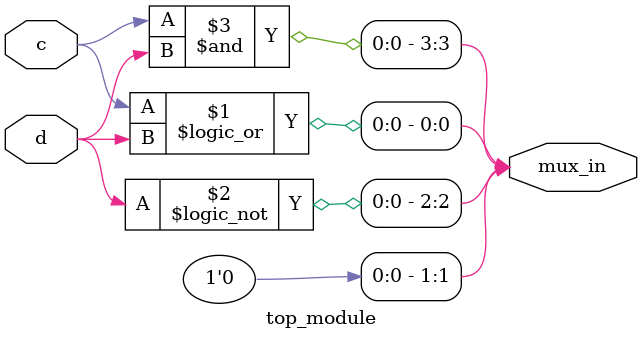
<source format=v>
module top_module (
    input c,
    input d,
    output [3:0] mux_in
); 
    assign mux_in = {c&d,!d,1'b0,c||d};
endmodule

</source>
